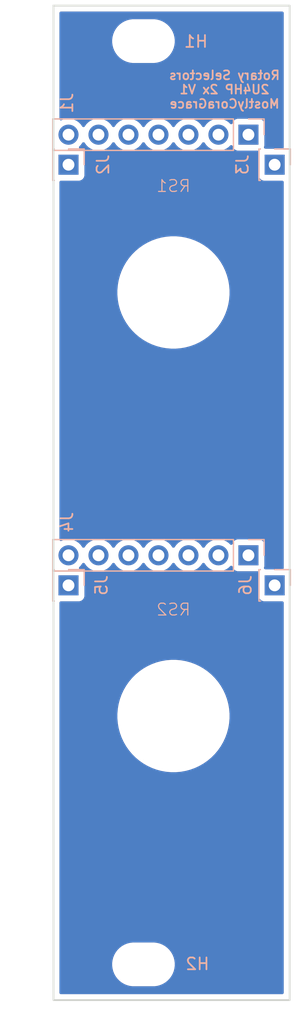
<source format=kicad_pcb>
(kicad_pcb (version 20240108) (generator "pcbnew") (generator_version "8.0")
  (layers (0 "F.Cu" signal) (31 "B.Cu" signal) (34 "B.Paste" user) (35 "F.Paste" user) (36 "B.SilkS" user "B.Silkscreen") (37 "F.SilkS" user "F.Silkscreen") (38 "B.Mask" user) (39 "F.Mask" user) (44 "Edge.Cuts" user))
  (net 0 "")
  (footprint "Connector_PinSocket_2.54mm:PinSocket_1x01_P2.54mm_Vertical" (layer "B.Cu") (at 18.73 15.875 90)
    (property "Reference" "J3" (at 0 -2.728 90) (layer "B.SilkS") (effects (justify mirror)))
    (property "Value" "Conn_01x01_Socket")
    (fp_line (start 1.33 -1.33) (end -1.33 -1.33) (stroke (width 0.12)) (layer "B.SilkS"))
    (fp_line (start 1.33 -1.33) (end 1.33 -1.21) (stroke (width 0.12)) (layer "B.SilkS"))
    (fp_line (start -1.33 -1.33) (end -1.33 -1.21) (stroke (width 0.12)) (layer "B.SilkS"))
    (fp_line (start 1.33 0) (end 1.33 1.33) (stroke (width 0.12)) (layer "B.SilkS"))
    (fp_line (start 1.33 1.33) (end 0 1.33) (stroke (width 0.12)) (layer "B.SilkS"))
    (pad "1" thru_hole rect (at 0 0 90) (size 1.7 1.7) (drill 1) (layers "*.Cu" "*.Mask"))
  )
  (footprint "Connector_PinSocket_2.54mm:PinSocket_1x07_P2.54mm_Vertical" (layer "B.Cu") (at 16.51 48.895 90)
    (property "Reference" "J4" (at 2.794 -15.367 90) (layer "B.SilkS") (effects (justify mirror)))
    (property "Value" "Conn_01x07_Socket")
    (fp_line (start 1.33 -16.57) (end -1.33 -16.57) (stroke (width 0.12)) (layer "B.SilkS"))
    (fp_line (start 1.33 -16.57) (end 1.33 -1.27) (stroke (width 0.12)) (layer "B.SilkS"))
    (fp_line (start -1.33 -16.57) (end -1.33 -1.27) (stroke (width 0.12)) (layer "B.SilkS"))
    (fp_line (start 1.33 -1.27) (end -1.33 -1.27) (stroke (width 0.12)) (layer "B.SilkS"))
    (fp_line (start 1.33 0) (end 1.33 1.33) (stroke (width 0.12)) (layer "B.SilkS"))
    (fp_line (start 1.33 1.33) (end 0 1.33) (stroke (width 0.12)) (layer "B.SilkS"))
    (pad "1" thru_hole rect (at 0 0 90) (size 1.7 1.7) (drill 1) (layers "*.Cu" "*.Mask"))
    (pad "2" thru_hole oval (at 0 -2.54 90) (size 1.7 1.7) (drill 1) (layers "*.Cu" "*.Mask"))
    (pad "3" thru_hole oval (at 0 -5.08 90) (size 1.7 1.7) (drill 1) (layers "*.Cu" "*.Mask"))
    (pad "4" thru_hole oval (at 0 -7.62 90) (size 1.7 1.7) (drill 1) (layers "*.Cu" "*.Mask"))
    (pad "5" thru_hole oval (at 0 -10.16 90) (size 1.7 1.7) (drill 1) (layers "*.Cu" "*.Mask"))
    (pad "6" thru_hole oval (at 0 -12.7 90) (size 1.7 1.7) (drill 1) (layers "*.Cu" "*.Mask"))
    (pad "7" thru_hole oval (at 0 -15.24 90) (size 1.7 1.7) (drill 1) (layers "*.Cu" "*.Mask"))
  )
  (footprint "EXC:Rotary_Selector_Panel_Mount_M9" (layer "B.Cu") (at 10.16 62.4825 180)
    (property "Reference" "RS2" (at 0 9 0) (layer "B.SilkS") (effects (font (thickness 0.1)) (justify mirror)))
    (property "Value" "8-way Rotary Selector")
    (pad "" np_thru_hole circle (at 0 0 180) (size 9 9) (drill 9) (layers "F&B.Cu" "*.Mask"))
  )
  (footprint "Connector_PinSocket_2.54mm:PinSocket_1x01_P2.54mm_Vertical" (layer "B.Cu") (at 1.27 51.435 90)
    (property "Reference" "J5" (at 0 2.794 90) (layer "B.SilkS") (effects (justify mirror)))
    (property "Value" "Conn_01x01_Socket")
    (fp_line (start 1.33 -1.33) (end -1.33 -1.33) (stroke (width 0.12)) (layer "B.SilkS"))
    (fp_line (start 1.33 -1.33) (end 1.33 -1.21) (stroke (width 0.12)) (layer "B.SilkS"))
    (fp_line (start -1.33 -1.33) (end -1.33 -1.21) (stroke (width 0.12)) (layer "B.SilkS"))
    (fp_line (start 1.33 0) (end 1.33 1.33) (stroke (width 0.12)) (layer "B.SilkS"))
    (fp_line (start 1.33 1.33) (end 0 1.33) (stroke (width 0.12)) (layer "B.SilkS"))
    (pad "1" thru_hole rect (at 0 0 90) (size 1.7 1.7) (drill 1) (layers "*.Cu" "*.Mask"))
  )
  (footprint "Connector_PinSocket_2.54mm:PinSocket_1x07_P2.54mm_Vertical" (layer "B.Cu") (at 16.51 13.335 90)
    (property "Reference" "J1" (at 2.667 -15.367 90) (layer "B.SilkS") (effects (justify mirror)))
    (property "Value" "Conn_01x07_Socket")
    (fp_line (start 1.33 -16.57) (end -1.33 -16.57) (stroke (width 0.12)) (layer "B.SilkS"))
    (fp_line (start 1.33 -16.57) (end 1.33 -1.27) (stroke (width 0.12)) (layer "B.SilkS"))
    (fp_line (start -1.33 -16.57) (end -1.33 -1.27) (stroke (width 0.12)) (layer "B.SilkS"))
    (fp_line (start 1.33 -1.27) (end -1.33 -1.27) (stroke (width 0.12)) (layer "B.SilkS"))
    (fp_line (start 1.33 0) (end 1.33 1.33) (stroke (width 0.12)) (layer "B.SilkS"))
    (fp_line (start 1.33 1.33) (end 0 1.33) (stroke (width 0.12)) (layer "B.SilkS"))
    (pad "1" thru_hole rect (at 0 0 90) (size 1.7 1.7) (drill 1) (layers "*.Cu" "*.Mask"))
    (pad "2" thru_hole oval (at 0 -2.54 90) (size 1.7 1.7) (drill 1) (layers "*.Cu" "*.Mask"))
    (pad "3" thru_hole oval (at 0 -5.08 90) (size 1.7 1.7) (drill 1) (layers "*.Cu" "*.Mask"))
    (pad "4" thru_hole oval (at 0 -7.62 90) (size 1.7 1.7) (drill 1) (layers "*.Cu" "*.Mask"))
    (pad "5" thru_hole oval (at 0 -10.16 90) (size 1.7 1.7) (drill 1) (layers "*.Cu" "*.Mask"))
    (pad "6" thru_hole oval (at 0 -12.7 90) (size 1.7 1.7) (drill 1) (layers "*.Cu" "*.Mask"))
    (pad "7" thru_hole oval (at 0 -15.24 90) (size 1.7 1.7) (drill 1) (layers "*.Cu" "*.Mask"))
  )
  (footprint "Connector_PinSocket_2.54mm:PinSocket_1x01_P2.54mm_Vertical" (layer "B.Cu") (at 1.27 15.875 90)
    (property "Reference" "J2" (at 0 2.921 90) (layer "B.SilkS") (effects (justify mirror)))
    (property "Value" "Conn_01x01_Socket")
    (fp_line (start 1.33 -1.33) (end -1.33 -1.33) (stroke (width 0.12)) (layer "B.SilkS"))
    (fp_line (start 1.33 -1.33) (end 1.33 -1.21) (stroke (width 0.12)) (layer "B.SilkS"))
    (fp_line (start -1.33 -1.33) (end -1.33 -1.21) (stroke (width 0.12)) (layer "B.SilkS"))
    (fp_line (start 1.33 0) (end 1.33 1.33) (stroke (width 0.12)) (layer "B.SilkS"))
    (fp_line (start 1.33 1.33) (end 0 1.33) (stroke (width 0.12)) (layer "B.SilkS"))
    (pad "1" thru_hole rect (at 0 0 90) (size 1.7 1.7) (drill 1) (layers "*.Cu" "*.Mask"))
  )
  (footprint "Connector_PinSocket_2.54mm:PinSocket_1x01_P2.54mm_Vertical" (layer "B.Cu") (at 18.73 51.435 90)
    (property "Reference" "J6" (at 0 -2.474 90) (layer "B.SilkS") (effects (justify mirror)))
    (property "Value" "Conn_01x01_Socket")
    (fp_line (start 1.33 -1.33) (end -1.33 -1.33) (stroke (width 0.12)) (layer "B.SilkS"))
    (fp_line (start 1.33 -1.33) (end 1.33 -1.21) (stroke (width 0.12)) (layer "B.SilkS"))
    (fp_line (start -1.33 -1.33) (end -1.33 -1.21) (stroke (width 0.12)) (layer "B.SilkS"))
    (fp_line (start 1.33 0) (end 1.33 1.33) (stroke (width 0.12)) (layer "B.SilkS"))
    (fp_line (start 1.33 1.33) (end 0 1.33) (stroke (width 0.12)) (layer "B.SilkS"))
    (pad "1" thru_hole rect (at 0 0 90) (size 1.7 1.7) (drill 1) (layers "*.Cu" "*.Mask"))
  )
  (footprint "MountingHole:MountingHole_3.2mm_M3" (layer "B.Cu") (at 7.61962 5.425 180)
    (property "Reference" "H1" (at -4.44462 -0.036 0) (layer "B.SilkS") (effects (justify mirror)))
    (property "Value" "MountingHole")
    (pad "" np_thru_hole oval (at 0 0 180) (size 4.8 3.2) (drill oval 4.8 3.2) (layers "F&B.Cu" "*.Mask"))
  )
  (footprint "MountingHole:MountingHole_3.2mm_M3" (layer "B.Cu") (at 7.61962 83.4794 180)
    (property "Reference" "H2" (at -4.57162 0.0404 0) (layer "B.SilkS") (effects (justify mirror)))
    (property "Value" "MountingHole")
    (pad "" np_thru_hole oval (at 0 0 180) (size 4.8 3.2) (drill oval 4.8 3.2) (layers "F&B.Cu" "*.Mask"))
  )
  (footprint "EXC:Rotary_Selector_Panel_Mount_M9" (layer "B.Cu") (at 10.16 26.675 180)
    (property "Reference" "RS1" (at 0 9 0) (layer "B.SilkS") (effects (font (thickness 0.1)) (justify mirror)))
    (property "Value" "8-way Rotary Selector")
    (pad "" np_thru_hole circle (at 0 0 180) (size 9 9) (drill 9) (layers "F&B.Cu" "*.Mask"))
  )
  (gr_rect (start 0 2.425) (end 20 86.5) (stroke (width 0.15)) (fill none) (layer "Edge.Cuts"))
  (gr_text "Rotary Selectors\n2U4HP 2x V1\nMostlyCoraGrace" (at 14.478 7.874 0) (layer "B.SilkS") (effects (font (size 0.75 0.75) (thickness 0.15) (bold yes)) (justify top mirror)))
  (zone (net 0) (net_name "") (layers "F&B.Cu") (connect_pads (clearance 0.5)) (min_thickness 0.25) (fill yes (thermal_gap 0.5) (thermal_bridge_width 0.5) (island_removal_mode 1) (island_area_min 10))
    (polygon (pts (xy 0 2.5) (xy 20 2.5) (xy 20 86.5) (xy 0 86.5)))
  )
)
</source>
